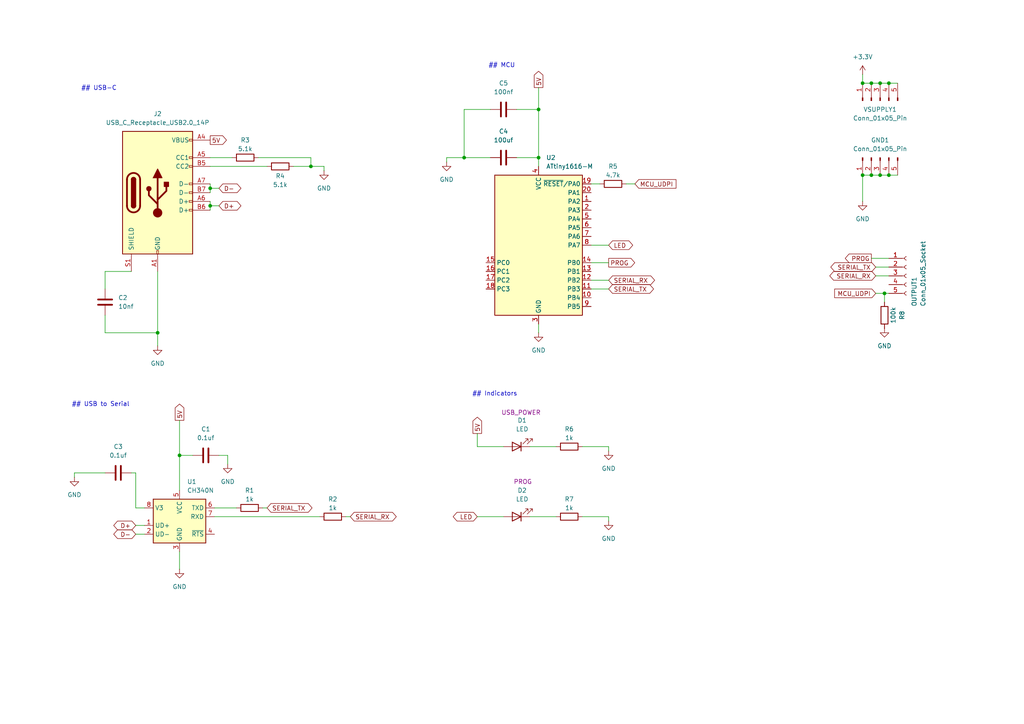
<source format=kicad_sch>
(kicad_sch (version 20231120) (generator "eeschema") (generator_version "8.0")
  (paper "A4")
  (lib_symbols
    (symbol "Connector:Conn_01x05_Pin" (pin_names (offset 1.016) hide)
      (property "Reference" "J" (at 0 7.62 0))
      (property "Value" "Conn_01x05_Pin" (at 0 -7.62 0))
      (symbol "Conn_01x05_Pin_1_1"
        (polyline (pts (xy 1.27 -5.08) (xy 0.8636 -5.08)) (stroke (width 0.1524)))
        (polyline (pts (xy 1.27 -2.54) (xy 0.8636 -2.54)) (stroke (width 0.1524)))
        (polyline (pts (xy 1.27 0) (xy 0.8636 0)) (stroke (width 0.1524)))
        (polyline (pts (xy 1.27 2.54) (xy 0.8636 2.54)) (stroke (width 0.1524)))
        (polyline (pts (xy 1.27 5.08) (xy 0.8636 5.08)) (stroke (width 0.1524)))
        (rectangle (start 0.8636 -4.953) (end 0 -5.207) (stroke (width 0.1524)) (fill (type outline)))
        (rectangle (start 0.8636 -2.413) (end 0 -2.667) (stroke (width 0.1524)) (fill (type outline)))
        (rectangle (start 0.8636 0.127) (end 0 -0.127) (stroke (width 0.1524)) (fill (type outline)))
        (rectangle (start 0.8636 2.667) (end 0 2.413) (stroke (width 0.1524)) (fill (type outline)))
        (rectangle (start 0.8636 5.207) (end 0 4.953) (stroke (width 0.1524)) (fill (type outline)))
        (pin passive line (at 5.08 5.08 180) (length 3.81) (name "Pin_1") (number "1"))
        (pin passive line (at 5.08 2.54 180) (length 3.81) (name "Pin_2") (number "2"))
        (pin passive line (at 5.08 0 180) (length 3.81) (name "Pin_3") (number "3"))
        (pin passive line (at 5.08 -2.54 180) (length 3.81) (name "Pin_4") (number "4"))
        (pin passive line (at 5.08 -5.08 180) (length 3.81) (name "Pin_5") (number "5"))
      )
    )
    (symbol "Connector:Conn_01x05_Socket" (pin_names (offset 1.016) hide)
      (property "Reference" "J" (at 0 7.62 0))
      (property "Value" "Conn_01x05_Socket" (at 0 -7.62 0))
      (symbol "Conn_01x05_Socket_1_1"
        (arc (start 0 -4.572) (mid -0.5058 -5.08) (end 0 -5.588) (stroke (width 0.1524)))
        (arc (start 0 -2.032) (mid -0.5058 -2.54) (end 0 -3.048) (stroke (width 0.1524)))
        (polyline (pts (xy -1.27 -5.08) (xy -0.508 -5.08)) (stroke (width 0.1524)))
        (polyline (pts (xy -1.27 -2.54) (xy -0.508 -2.54)) (stroke (width 0.1524)))
        (polyline (pts (xy -1.27 0) (xy -0.508 0)) (stroke (width 0.1524)))
        (polyline (pts (xy -1.27 2.54) (xy -0.508 2.54)) (stroke (width 0.1524)))
        (polyline (pts (xy -1.27 5.08) (xy -0.508 5.08)) (stroke (width 0.1524)))
        (arc (start 0 0.508) (mid -0.5058 0) (end 0 -0.508) (stroke (width 0.1524)))
        (arc (start 0 3.048) (mid -0.5058 2.54) (end 0 2.032) (stroke (width 0.1524)))
        (arc (start 0 5.588) (mid -0.5058 5.08) (end 0 4.572) (stroke (width 0.1524)))
        (pin passive line (at -5.08 5.08 0) (length 3.81) (name "Pin_1") (number "1"))
        (pin passive line (at -5.08 2.54 0) (length 3.81) (name "Pin_2") (number "2"))
        (pin passive line (at -5.08 0 0) (length 3.81) (name "Pin_3") (number "3"))
        (pin passive line (at -5.08 -2.54 0) (length 3.81) (name "Pin_4") (number "4"))
        (pin passive line (at -5.08 -5.08 0) (length 3.81) (name "Pin_5") (number "5"))
      )
    )
    (symbol "Connector:USB_C_Receptacle_USB2.0_14P" (pin_names (offset 1.016))
      (property "Reference" "J" (at 0 22.225 0))
      (property "Value" "USB_C_Receptacle_USB2.0_14P" (at 0 19.685 0))
      (symbol "USB_C_Receptacle_USB2.0_14P_0_0"
        (rectangle (start -0.254 -17.78) (end 0.254 -16.764))
        (rectangle (start 10.16 -4.826) (end 9.144 -5.334))
        (rectangle (start 10.16 -2.286) (end 9.144 -2.794))
        (rectangle (start 10.16 0.254) (end 9.144 -0.254))
        (rectangle (start 10.16 2.794) (end 9.144 2.286))
        (rectangle (start 10.16 7.874) (end 9.144 7.366))
        (rectangle (start 10.16 10.414) (end 9.144 9.906))
        (rectangle (start 10.16 15.494) (end 9.144 14.986))
      )
      (symbol "USB_C_Receptacle_USB2.0_14P_0_1"
        (rectangle (start -10.16 17.78) (end 10.16 -17.78) (stroke (width 0.254)) (fill (type background)))
        (arc (start -8.89 -3.81) (mid -6.985 -5.7067) (end -5.08 -3.81) (stroke (width 0.508)))
        (arc (start -7.62 -3.81) (mid -6.985 -4.4423) (end -6.35 -3.81) (stroke (width 0.254)))
        (arc (start -7.62 -3.81) (mid -6.985 -4.4423) (end -6.35 -3.81) (stroke (width 0.254)) (fill (type outline)))
        (rectangle (start -7.62 -3.81) (end -6.35 3.81) (stroke (width 0.254)) (fill (type outline)))
        (arc (start -6.35 3.81) (mid -6.985 4.4423) (end -7.62 3.81) (stroke (width 0.254)))
        (arc (start -6.35 3.81) (mid -6.985 4.4423) (end -7.62 3.81) (stroke (width 0.254)) (fill (type outline)))
        (arc (start -5.08 3.81) (mid -6.985 5.7067) (end -8.89 3.81) (stroke (width 0.508)))
        (circle (center -2.54 1.143) (radius 0.635) (stroke (width 0.254)) (fill (type outline)))
        (circle (center 0 -5.842) (radius 1.27) (fill (type outline)))
        (polyline (pts (xy -8.89 -3.81) (xy -8.89 3.81)) (stroke (width 0.508)))
        (polyline (pts (xy -5.08 3.81) (xy -5.08 -3.81)) (stroke (width 0.508)))
        (polyline (pts (xy 0 -5.842) (xy 0 4.318)) (stroke (width 0.508)))
        (polyline (pts (xy 0 -3.302) (xy -2.54 -0.762) (xy -2.54 0.508)) (stroke (width 0.508)))
        (polyline (pts (xy 0 -2.032) (xy 2.54 0.508) (xy 2.54 1.778)) (stroke (width 0.508)))
        (polyline (pts (xy -1.27 4.318) (xy 0 6.858) (xy 1.27 4.318) (xy -1.27 4.318)) (stroke (width 0.254)) (fill (type outline)))
        (rectangle (start 1.905 1.778) (end 3.175 3.048) (stroke (width 0.254)) (fill (type outline)))
      )
      (symbol "USB_C_Receptacle_USB2.0_14P_1_1"
        (pin passive line (at 0 -22.86 90) (length 5.08) (name "GND") (number "A1"))
        (pin passive line (at 0 -22.86 90) (length 5.08) hide (name "GND") (number "A12"))
        (pin passive line (at 15.24 15.24 180) (length 5.08) (name "VBUS") (number "A4"))
        (pin bidirectional line (at 15.24 10.16 180) (length 5.08) (name "CC1") (number "A5"))
        (pin bidirectional line (at 15.24 -2.54 180) (length 5.08) (name "D+") (number "A6"))
        (pin bidirectional line (at 15.24 2.54 180) (length 5.08) (name "D-") (number "A7"))
        (pin passive line (at 15.24 15.24 180) (length 5.08) hide (name "VBUS") (number "A9"))
        (pin passive line (at 0 -22.86 90) (length 5.08) hide (name "GND") (number "B1"))
        (pin passive line (at 0 -22.86 90) (length 5.08) hide (name "GND") (number "B12"))
        (pin passive line (at 15.24 15.24 180) (length 5.08) hide (name "VBUS") (number "B4"))
        (pin bidirectional line (at 15.24 7.62 180) (length 5.08) (name "CC2") (number "B5"))
        (pin bidirectional line (at 15.24 -5.08 180) (length 5.08) (name "D+") (number "B6"))
        (pin bidirectional line (at 15.24 0 180) (length 5.08) (name "D-") (number "B7"))
        (pin passive line (at 15.24 15.24 180) (length 5.08) hide (name "VBUS") (number "B9"))
        (pin passive line (at -7.62 -22.86 90) (length 5.08) (name "SHIELD") (number "S1"))
      )
    )
    (symbol "Device:C" (pin_numbers hide) (pin_names (offset 0.254))
      (property "Reference" "C" (at 0.635 2.54 0))
      (property "Value" "C" (at 0.635 -2.54 0))
      (symbol "C_0_1"
        (polyline (pts (xy -2.032 -0.762) (xy 2.032 -0.762)) (stroke (width 0.508)))
        (polyline (pts (xy -2.032 0.762) (xy 2.032 0.762)) (stroke (width 0.508)))
      )
      (symbol "C_1_1"
        (pin passive line (at 0 3.81 270) (length 2.794) (name "~") (number "1"))
        (pin passive line (at 0 -3.81 90) (length 2.794) (name "~") (number "2"))
      )
    )
    (symbol "Device:LED" (pin_numbers hide) (pin_names (offset 1.016) hide)
      (property "Reference" "D" (at 0 2.54 0))
      (property "Value" "LED" (at 0 -2.54 0))
      (symbol "LED_0_1"
        (polyline (pts (xy -1.27 -1.27) (xy -1.27 1.27)) (stroke (width 0.254)))
        (polyline (pts (xy -1.27 0) (xy 1.27 0)))
        (polyline (pts (xy 1.27 -1.27) (xy 1.27 1.27) (xy -1.27 0) (xy 1.27 -1.27)) (stroke (width 0.254)))
        (polyline (pts (xy -3.048 -0.762) (xy -4.572 -2.286) (xy -3.81 -2.286) (xy -4.572 -2.286) (xy -4.572 -1.524)))
        (polyline (pts (xy -1.778 -0.762) (xy -3.302 -2.286) (xy -2.54 -2.286) (xy -3.302 -2.286) (xy -3.302 -1.524)))
      )
      (symbol "LED_1_1"
        (pin passive line (at -3.81 0 0) (length 2.54) (name "K") (number "1"))
        (pin passive line (at 3.81 0 180) (length 2.54) (name "A") (number "2"))
      )
    )
    (symbol "Device:R" (pin_numbers hide) (pin_names (offset 0))
      (property "Reference" "R" (at 2.032 0 90))
      (property "Value" "R" (at 0 0 90))
      (symbol "R_0_1"
        (rectangle (start -1.016 -2.54) (end 1.016 2.54) (stroke (width 0.254)))
      )
      (symbol "R_1_1"
        (pin passive line (at 0 3.81 270) (length 1.27) (name "~") (number "1"))
        (pin passive line (at 0 -3.81 90) (length 1.27) (name "~") (number "2"))
      )
    )
    (symbol "Interface_USB:CH340N"
      (property "Reference" "U" (at -7.62 6.35 0))
      (property "Value" "CH340N" (at 7.62 6.35 0))
      (symbol "CH340N_0_1"
        (rectangle (start -7.62 5.08) (end 7.62 -7.62) (stroke (width 0.254)) (fill (type background)))
      )
      (symbol "CH340N_1_1"
        (pin bidirectional line (at -10.16 -2.54 0) (length 2.54) (name "UD+") (number "1"))
        (pin bidirectional line (at -10.16 -5.08 0) (length 2.54) (name "UD-") (number "2"))
        (pin power_in line (at 0 -10.16 90) (length 2.54) (name "GND") (number "3"))
        (pin output line (at 10.16 -5.08 180) (length 2.54) (name "~{RTS}") (number "4"))
        (pin power_in line (at 0 7.62 270) (length 2.54) (name "VCC") (number "5"))
        (pin output line (at 10.16 2.54 180) (length 2.54) (name "TXD") (number "6"))
        (pin input line (at 10.16 0 180) (length 2.54) (name "RXD") (number "7"))
        (pin passive line (at -10.16 2.54 0) (length 2.54) (name "V3") (number "8"))
      )
    )
    (symbol "MCU_Microchip_ATtiny:ATtiny1616-M"
      (property "Reference" "U" (at -12.7 21.59 0))
      (property "Value" "ATtiny1616-M" (at 2.54 -21.59 0))
      (symbol "ATtiny1616-M_0_1"
        (rectangle (start -12.7 -20.32) (end 12.7 20.32) (stroke (width 0.254)) (fill (type background)))
      )
      (symbol "ATtiny1616-M_1_1"
        (pin bidirectional line (at 15.24 12.7 180) (length 2.54) (name "PA2") (number "1"))
        (pin bidirectional line (at 15.24 -15.24 180) (length 2.54) (name "PB4") (number "10"))
        (pin bidirectional line (at 15.24 -12.7 180) (length 2.54) (name "PB3") (number "11"))
        (pin bidirectional line (at 15.24 -10.16 180) (length 2.54) (name "PB2") (number "12"))
        (pin bidirectional line (at 15.24 -7.62 180) (length 2.54) (name "PB1") (number "13"))
        (pin bidirectional line (at 15.24 -5.08 180) (length 2.54) (name "PB0") (number "14"))
        (pin bidirectional line (at -15.24 -5.08 0) (length 2.54) (name "PC0") (number "15"))
        (pin bidirectional line (at -15.24 -7.62 0) (length 2.54) (name "PC1") (number "16"))
        (pin bidirectional line (at -15.24 -10.16 0) (length 2.54) (name "PC2") (number "17"))
        (pin bidirectional line (at -15.24 -12.7 0) (length 2.54) (name "PC3") (number "18"))
        (pin bidirectional line (at 15.24 17.78 180) (length 2.54) (name "~{RESET}/PA0") (number "19"))
        (pin bidirectional line (at 15.24 10.16 180) (length 2.54) (name "PA3") (number "2"))
        (pin bidirectional line (at 15.24 15.24 180) (length 2.54) (name "PA1") (number "20"))
        (pin passive line (at 0 -22.86 90) (length 2.54) hide (name "GND") (number "21"))
        (pin power_in line (at 0 -22.86 90) (length 2.54) (name "GND") (number "3"))
        (pin power_in line (at 0 22.86 270) (length 2.54) (name "VCC") (number "4"))
        (pin bidirectional line (at 15.24 7.62 180) (length 2.54) (name "PA4") (number "5"))
        (pin bidirectional line (at 15.24 5.08 180) (length 2.54) (name "PA5") (number "6"))
        (pin bidirectional line (at 15.24 2.54 180) (length 2.54) (name "PA6") (number "7"))
        (pin bidirectional line (at 15.24 0 180) (length 2.54) (name "PA7") (number "8"))
        (pin bidirectional line (at 15.24 -17.78 180) (length 2.54) (name "PB5") (number "9"))
      )
    )
    (symbol "power:+5V" (power) (pin_numbers hide) (pin_names (offset 0) hide)
      (property "Value" "+5V" (at 0 3.556 0))
      (symbol "+5V_0_1"
        (polyline (pts (xy -0.762 1.27) (xy 0 2.54)))
        (polyline (pts (xy 0 0) (xy 0 2.54)))
        (polyline (pts (xy 0 2.54) (xy 0.762 1.27)))
      )
      (symbol "+5V_1_1"
        (pin power_in line (at 0 0 90) (length 0) (name "~") (number "1"))
      )
    )
    (symbol "power:GND" (power) (pin_numbers hide) (pin_names (offset 0) hide)
      (property "Value" "GND" (at 0 -3.81 0))
      (symbol "GND_0_1"
        (polyline (pts (xy 0 0) (xy 0 -1.27) (xy 1.27 -1.27) (xy 0 -2.54) (xy -1.27 -1.27) (xy 0 -1.27)))
      )
      (symbol "GND_1_1"
        (pin power_in line (at 0 0 270) (length 0) (name "~") (number "1"))
      )
    )
  )
  (junction (at 256.54 85.09))
  (junction (at 257.81 24.13))
  (junction (at 45.72 96.52))
  (junction (at 252.73 50.8))
  (junction (at 90.17 48.26))
  (junction (at 52.07 132.08))
  (junction (at 60.96 54.61))
  (junction (at 255.27 50.8))
  (junction (at 156.21 31.75))
  (junction (at 60.96 59.69))
  (junction (at 134.62 45.72))
  (junction (at 250.19 24.13))
  (junction (at 257.81 50.8))
  (junction (at 156.21 45.72))
  (junction (at 250.19 50.8))
  (junction (at 255.27 24.13))
  (junction (at 252.73 24.13))
  (wire (pts (xy 76.2 147.32) (xy 77.47 147.32)))
  (wire (pts (xy 30.48 91.44) (xy 30.48 96.52)))
  (wire (pts (xy 85.09 48.26) (xy 90.17 48.26)))
  (wire (pts (xy 62.23 149.86) (xy 92.71 149.86)))
  (wire (pts (xy 52.07 165.1) (xy 52.07 160.02)))
  (wire (pts (xy 156.21 45.72) (xy 156.21 48.26)))
  (wire (pts (xy 252.73 50.8) (xy 255.27 50.8)))
  (wire (pts (xy 254 77.47) (xy 257.81 77.47)))
  (wire (pts (xy 138.43 125.73) (xy 138.43 129.54)))
  (wire (pts (xy 129.54 45.72) (xy 129.54 46.99)))
  (wire (pts (xy 250.19 24.13) (xy 250.19 21.59)))
  (wire (pts (xy 52.07 121.92) (xy 52.07 132.08)))
  (wire (pts (xy 171.45 76.2) (xy 176.53 76.2)))
  (wire (pts (xy 45.72 96.52) (xy 45.72 78.74)))
  (wire (pts (xy 250.19 50.8) (xy 250.19 58.42)))
  (wire (pts (xy 176.53 151.13) (xy 176.53 149.86)))
  (wire (pts (xy 250.19 24.13) (xy 252.73 24.13)))
  (wire (pts (xy 93.98 49.53) (xy 93.98 48.26)))
  (wire (pts (xy 153.67 129.54) (xy 161.29 129.54)))
  (wire (pts (xy 156.21 25.4) (xy 156.21 31.75)))
  (wire (pts (xy 252.73 24.13) (xy 255.27 24.13)))
  (wire (pts (xy 250.19 50.8) (xy 252.73 50.8)))
  (wire (pts (xy 142.24 45.72) (xy 134.62 45.72)))
  (wire (pts (xy 63.5 59.69) (xy 60.96 59.69)))
  (wire (pts (xy 66.04 132.08) (xy 66.04 134.62)))
  (wire (pts (xy 257.81 50.8) (xy 260.35 50.8)))
  (wire (pts (xy 149.86 31.75) (xy 156.21 31.75)))
  (wire (pts (xy 156.21 96.52) (xy 156.21 93.98)))
  (wire (pts (xy 134.62 31.75) (xy 134.62 45.72)))
  (wire (pts (xy 52.07 132.08) (xy 55.88 132.08)))
  (wire (pts (xy 149.86 45.72) (xy 156.21 45.72)))
  (wire (pts (xy 60.96 54.61) (xy 63.5 54.61)))
  (wire (pts (xy 171.45 81.28) (xy 176.53 81.28)))
  (wire (pts (xy 176.53 130.81) (xy 176.53 129.54)))
  (wire (pts (xy 255.27 50.8) (xy 257.81 50.8)))
  (wire (pts (xy 252.73 74.93) (xy 257.81 74.93)))
  (wire (pts (xy 254 80.01) (xy 257.81 80.01)))
  (wire (pts (xy 30.48 78.74) (xy 30.48 83.82)))
  (wire (pts (xy 90.17 45.72) (xy 90.17 48.26)))
  (wire (pts (xy 171.45 53.34) (xy 173.99 53.34)))
  (wire (pts (xy 39.37 137.16) (xy 39.37 147.32)))
  (wire (pts (xy 39.37 152.4) (xy 41.91 152.4)))
  (wire (pts (xy 156.21 31.75) (xy 156.21 45.72)))
  (wire (pts (xy 171.45 83.82) (xy 176.53 83.82)))
  (wire (pts (xy 45.72 100.33) (xy 45.72 96.52)))
  (wire (pts (xy 39.37 147.32) (xy 41.91 147.32)))
  (wire (pts (xy 39.37 154.94) (xy 41.91 154.94)))
  (wire (pts (xy 181.61 53.34) (xy 184.15 53.34)))
  (wire (pts (xy 134.62 45.72) (xy 129.54 45.72)))
  (wire (pts (xy 63.5 132.08) (xy 66.04 132.08)))
  (wire (pts (xy 60.96 54.61) (xy 60.96 55.88)))
  (wire (pts (xy 52.07 132.08) (xy 52.07 142.24)))
  (wire (pts (xy 142.24 31.75) (xy 134.62 31.75)))
  (wire (pts (xy 21.59 137.16) (xy 30.48 137.16)))
  (wire (pts (xy 60.96 48.26) (xy 77.47 48.26)))
  (wire (pts (xy 257.81 24.13) (xy 260.35 24.13)))
  (wire (pts (xy 153.67 149.86) (xy 161.29 149.86)))
  (wire (pts (xy 30.48 96.52) (xy 45.72 96.52)))
  (wire (pts (xy 138.43 149.86) (xy 146.05 149.86)))
  (wire (pts (xy 171.45 71.12) (xy 176.53 71.12)))
  (wire (pts (xy 256.54 85.09) (xy 257.81 85.09)))
  (wire (pts (xy 60.96 45.72) (xy 67.31 45.72)))
  (wire (pts (xy 38.1 137.16) (xy 39.37 137.16)))
  (wire (pts (xy 60.96 58.42) (xy 60.96 59.69)))
  (wire (pts (xy 168.91 149.86) (xy 176.53 149.86)))
  (wire (pts (xy 90.17 48.26) (xy 93.98 48.26)))
  (wire (pts (xy 74.93 45.72) (xy 90.17 45.72)))
  (wire (pts (xy 256.54 85.09) (xy 256.54 87.63)))
  (wire (pts (xy 101.6 149.86) (xy 100.33 149.86)))
  (wire (pts (xy 62.23 147.32) (xy 68.58 147.32)))
  (wire (pts (xy 60.96 53.34) (xy 60.96 54.61)))
  (wire (pts (xy 38.1 78.74) (xy 30.48 78.74)))
  (wire (pts (xy 254 85.09) (xy 256.54 85.09)))
  (wire (pts (xy 255.27 24.13) (xy 257.81 24.13)))
  (wire (pts (xy 138.43 129.54) (xy 146.05 129.54)))
  (wire (pts (xy 21.59 138.43) (xy 21.59 137.16)))
  (wire (pts (xy 168.91 129.54) (xy 176.53 129.54)))
  (wire (pts (xy 60.96 59.69) (xy 60.96 60.96)))
  (text "## USB-C" (at 28.702 25.654 0) (effects (font (size 1.27 1.27))))
  (text "## USB to Serial" (at 29.21 117.348 0) (effects (font (size 1.27 1.27))))
  (text "## Indicators" (at 143.51 114.3 0) (effects (font (size 1.27 1.27))))
  (text "## MCU" (at 145.542 19.05 0) (effects (font (size 1.27 1.27))))
  (global_label "LED" (shape bidirectional) (at 176.53 71.12 0) (property "Intersheetrefs" "${INTERSHEET_REFS}" (effects (hide yes))))
  (global_label "5V" (shape output) (at 156.21 25.4 90) (property "Intersheetrefs" "${INTERSHEET_REFS}" (effects (hide yes))))
  (global_label "5V" (shape output) (at 52.07 121.92 90) (property "Intersheetrefs" "${INTERSHEET_REFS}" (effects (hide yes))))
  (global_label "5V" (shape output) (at 60.96 40.64 0) (property "Intersheetrefs" "${INTERSHEET_REFS}" (effects (hide yes))))
  (global_label "SERIAL_TX" (shape bidirectional) (at 77.47 147.32 0) (property "Intersheetrefs" "${INTERSHEET_REFS}" (effects (hide yes))))
  (global_label "MCU_UDPI" (shape input) (at 184.15 53.34 0) (property "Intersheetrefs" "${INTERSHEET_REFS}" (effects (hide yes))))
  (global_label "SERIAL_TX" (shape bidirectional) (at 254 77.47 180) (property "Intersheetrefs" "${INTERSHEET_REFS}" (effects (hide yes))))
  (global_label "LED" (shape bidirectional) (at 138.43 149.86 180) (property "Intersheetrefs" "${INTERSHEET_REFS}" (effects (hide yes))))
  (global_label "SERIAL_RX" (shape bidirectional) (at 101.6 149.86 0) (property "Intersheetrefs" "${INTERSHEET_REFS}" (effects (hide yes))))
  (global_label "SERIAL_RX" (shape bidirectional) (at 176.53 81.28 0) (property "Intersheetrefs" "${INTERSHEET_REFS}" (effects (hide yes))))
  (global_label "5V" (shape output) (at 138.43 125.73 90) (property "Intersheetrefs" "${INTERSHEET_REFS}" (effects (hide yes))))
  (global_label "D+" (shape bidirectional) (at 39.37 152.4 180) (property "Intersheetrefs" "${INTERSHEET_REFS}" (effects (hide yes))))
  (global_label "D-" (shape bidirectional) (at 39.37 154.94 180) (property "Intersheetrefs" "${INTERSHEET_REFS}" (effects (hide yes))))
  (global_label "MCU_UDPI" (shape input) (at 254 85.09 180) (property "Intersheetrefs" "${INTERSHEET_REFS}" (effects (hide yes))))
  (global_label "PROG" (shape output) (at 252.73 74.93 180) (property "Intersheetrefs" "${INTERSHEET_REFS}" (effects (hide yes))))
  (global_label "SERIAL_TX" (shape bidirectional) (at 176.53 83.82 0) (property "Intersheetrefs" "${INTERSHEET_REFS}" (effects (hide yes))))
  (global_label "SERIAL_RX" (shape bidirectional) (at 254 80.01 180) (property "Intersheetrefs" "${INTERSHEET_REFS}" (effects (hide yes))))
  (global_label "PROG" (shape output) (at 176.53 76.2 0) (property "Intersheetrefs" "${INTERSHEET_REFS}" (effects (hide yes))))
  (global_label "D-" (shape bidirectional) (at 63.5 54.61 0) (property "Intersheetrefs" "${INTERSHEET_REFS}" (effects (hide yes))))
  (global_label "D+" (shape bidirectional) (at 63.5 59.69 0) (property "Intersheetrefs" "${INTERSHEET_REFS}" (effects (hide yes))))
  (symbol (lib_id "Device:R") (at 165.1 149.86 90) (unit 1)
    (property "Reference" "R7" (at 165.1 144.78 90))
    (property "Value" "1k" (at 165.1 147.32 90))
    (property "Footprint" "Resistor_SMD:R_0603_1608Metric" (effects (hide yes)))
    (property "Description" "Resistor" (effects (hide yes)))
  )
  (symbol (lib_id "power:GND") (at 93.98 49.53 0) (unit 1)
    (property "Reference" "#PWR02" (effects (hide yes)))
    (property "Value" "GND" (at 93.98 54.61 0))
    (property "Description" "Power symbol creates a global label with name \"GND\" , ground" (effects (hide yes)))
  )
  (symbol (lib_id "Device:C") (at 30.48 87.63 0) (unit 1)
    (property "Reference" "C2" (at 34.29 86.3599 0) (effects (justify left)))
    (property "Value" "10nf" (at 34.29 88.8999 0) (effects (justify left)))
    (property "Footprint" "Capacitor_SMD:C_0805_2012Metric" (effects (hide yes)))
    (property "Description" "Unpolarized capacitor" (effects (hide yes)))
  )
  (symbol (lib_id "Connector:Conn_01x05_Socket") (at 262.89 80.01 0) (unit 1) (exclude_from_sim yes)
    (property "Reference" "OUTPUT1" (at 265.176 88.9 90) (effects (justify left)))
    (property "Value" "Conn_01x05_Socket" (at 267.716 88.9 90) (effects (justify left)))
    (property "Footprint" "Connector_PinSocket_2.54mm:PinSocket_1x05_P2.54mm_Vertical" (effects (hide yes)))
    (property "Description" "Generic connector, single row, 01x05, script generated" (effects (hide yes)))
  )
  (symbol (lib_id "Connector:Conn_01x05_Pin") (at 255.27 45.72 90) (mirror x) (unit 1) (exclude_from_sim yes)
    (property "Reference" "GND1" (at 255.27 40.64 90))
    (property "Value" "Conn_01x05_Pin" (at 255.27 43.18 90))
    (property "Footprint" "Connector_PinHeader_2.54mm:PinHeader_1x05_P2.54mm_Vertical" (effects (hide yes)))
    (property "Description" "Generic connector, single row, 01x05, script generated" (effects (hide yes)))
  )
  (symbol (lib_id "power:GND") (at 21.59 138.43 0) (unit 1)
    (property "Reference" "#PWR06" (effects (hide yes)))
    (property "Value" "GND" (at 21.59 143.51 0))
    (property "Description" "Power symbol creates a global label with name \"GND\" , ground" (effects (hide yes)))
  )
  (symbol (lib_id "MCU_Microchip_ATtiny:ATtiny1616-M") (at 156.21 71.12 0) (unit 1)
    (property "Reference" "U2" (at 158.4041 45.72 0) (effects (justify left)))
    (property "Value" "ATtiny1616-M" (at 158.4041 48.26 0) (effects (justify left)))
    (property "Footprint" "Package_DFN_QFN:VQFN-20-1EP_3x3mm_P0.4mm_EP1.7x1.7mm" (effects (hide yes)))
    (property "Datasheet" "http://ww1.microchip.com/downloads/en/DeviceDoc/ATtiny3216_ATtiny1616-data-sheet-40001997B.pdf" (effects (hide yes)))
    (property "Description" "20MHz, 16kB Flash, 2kB SRAM, 256B EEPROM, VQFN-20" (effects (hide yes)))
  )
  (symbol (lib_id "Device:R") (at 165.1 129.54 90) (unit 1)
    (property "Reference" "R6" (at 165.1 124.46 90))
    (property "Value" "1k" (at 165.1 127 90))
    (property "Footprint" "Resistor_SMD:R_0603_1608Metric" (effects (hide yes)))
    (property "Description" "Resistor" (effects (hide yes)))
  )
  (symbol (lib_id "Device:LED") (at 149.86 129.54 180) (unit 1)
    (property "Reference" "D1" (at 151.4475 121.92 0))
    (property "Value" "LED" (at 151.4475 124.46 0))
    (property "Footprint" "LED_SMD:LED_0603_1608Metric" (effects (hide yes)))
    (property "Description" "Light emitting diode" (effects (hide yes)))
    (property "Comment" "USB_POWER" (at 151.13 119.634 0))
  )
  (symbol (lib_id "power:GND") (at 156.21 96.52 0) (unit 1)
    (property "Reference" "#PWR010" (effects (hide yes)))
    (property "Value" "GND" (at 156.21 101.6 0))
    (property "Description" "Power symbol creates a global label with name \"GND\" , ground" (effects (hide yes)))
  )
  (symbol (lib_id "Device:R") (at 96.52 149.86 90) (unit 1)
    (property "Reference" "R2" (at 96.52 144.78 90))
    (property "Value" "1k" (at 96.52 147.32 90))
    (property "Footprint" "Resistor_SMD:R_0603_1608Metric" (effects (hide yes)))
    (property "Description" "Resistor" (effects (hide yes)))
  )
  (symbol (lib_id "power:GND") (at 66.04 134.62 0) (unit 1)
    (property "Reference" "#PWR05" (effects (hide yes)))
    (property "Value" "GND" (at 66.04 139.7 0))
    (property "Description" "Power symbol creates a global label with name \"GND\" , ground" (effects (hide yes)))
  )
  (symbol (lib_id "Device:LED") (at 149.86 149.86 180) (unit 1)
    (property "Reference" "D2" (at 151.4475 142.24 0))
    (property "Value" "LED" (at 151.4475 144.78 0))
    (property "Footprint" "LED_SMD:LED_0603_1608Metric" (effects (hide yes)))
    (property "Description" "Light emitting diode" (effects (hide yes)))
    (property "Comment" "PROG" (at 151.638 139.7 0))
  )
  (symbol (lib_id "Device:C") (at 146.05 45.72 90) (unit 1)
    (property "Reference" "C4" (at 146.05 38.1 90))
    (property "Value" "100uf" (at 146.05 40.64 90))
    (property "Footprint" "Capacitor_SMD:C_1206_3216Metric" (effects (hide yes)))
    (property "Description" "Unpolarized capacitor" (effects (hide yes)))
  )
  (symbol (lib_id "power:GND") (at 52.07 165.1 0) (unit 1)
    (property "Reference" "#PWR07" (effects (hide yes)))
    (property "Value" "GND" (at 52.07 170.18 0))
    (property "Description" "Power symbol creates a global label with name \"GND\" , ground" (effects (hide yes)))
  )
  (symbol (lib_id "Device:R") (at 72.39 147.32 90) (unit 1)
    (property "Reference" "R1" (at 72.39 142.24 90))
    (property "Value" "1k" (at 72.39 144.78 90))
    (property "Footprint" "Resistor_SMD:R_0603_1608Metric" (effects (hide yes)))
    (property "Description" "Resistor" (effects (hide yes)))
  )
  (symbol (lib_id "Connector:USB_C_Receptacle_USB2.0_14P") (at 45.72 55.88 0) (unit 1)
    (property "Reference" "J2" (at 45.72 33.02 0))
    (property "Value" "USB_C_Receptacle_USB2.0_14P" (at 45.72 35.56 0))
    (property "Footprint" "BreadModular_TypeC:HRO-TYPE-C-31-M-12" (effects (hide yes)))
    (property "Datasheet" "https://www.usb.org/sites/default/files/documents/usb_type-c.zip" (effects (hide yes)))
    (property "Description" "USB 2.0-only 14P Type-C Receptacle connector" (effects (hide yes)))
  )
  (symbol (lib_id "Device:R") (at 71.12 45.72 90) (unit 1)
    (property "Reference" "R3" (at 71.12 40.64 90))
    (property "Value" "5.1k" (at 71.12 43.18 90))
    (property "Footprint" "Resistor_SMD:R_0603_1608Metric" (effects (hide yes)))
    (property "Description" "Resistor" (effects (hide yes)))
  )
  (symbol (lib_id "Device:C") (at 34.29 137.16 90) (unit 1)
    (property "Reference" "C3" (at 34.29 129.54 90))
    (property "Value" "0.1uf" (at 34.29 132.08 90))
    (property "Footprint" "Capacitor_SMD:C_0402_1005Metric" (effects (hide yes)))
    (property "Description" "Unpolarized capacitor" (effects (hide yes)))
  )
  (symbol (lib_id "Device:C") (at 59.69 132.08 90) (unit 1)
    (property "Reference" "C1" (at 59.69 124.46 90))
    (property "Value" "0.1uf" (at 59.69 127 90))
    (property "Footprint" "Capacitor_SMD:C_0402_1005Metric" (effects (hide yes)))
    (property "Description" "Unpolarized capacitor" (effects (hide yes)))
  )
  (symbol (lib_id "Interface_USB:CH340N") (at 52.07 149.86 0) (unit 1)
    (property "Reference" "U1" (at 54.2641 139.7 0) (effects (justify left)))
    (property "Value" "CH340N" (at 54.2641 142.24 0) (effects (justify left)))
    (property "Footprint" "Package_SO:SOP-8_3.9x4.9mm_P1.27mm" (effects (hide yes)))
    (property "Datasheet" "https://aitendo3.sakura.ne.jp/aitendo_data/product_img/ic/inteface/CH340N/ch340n.pdf" (effects (hide yes)))
    (property "Description" "USB serial converter, 2Mbps, UART, SOP-8" (effects (hide yes)))
  )
  (symbol (lib_id "power:GND") (at 250.19 58.42 0) (unit 1)
    (property "Reference" "#PWR03" (effects (hide yes)))
    (property "Value" "GND" (at 250.19 63.5 0))
    (property "Description" "Power symbol creates a global label with name \"GND\" , ground" (effects (hide yes)))
  )
  (symbol (lib_id "power:+5V") (at 250.19 21.59 0) (unit 1)
    (property "Reference" "#PWR04" (effects (hide yes)))
    (property "Value" "+3.3V" (at 250.19 16.51 0))
    (property "Description" "Power symbol creates a global label with name \"+5V\"" (effects (hide yes)))
  )
  (symbol (lib_id "power:GND") (at 256.54 95.25 0) (unit 1)
    (property "Reference" "#PWR08" (effects (hide yes)))
    (property "Value" "GND" (at 256.54 100.33 0))
    (property "Description" "Power symbol creates a global label with name \"GND\" , ground" (effects (hide yes)))
  )
  (symbol (lib_id "power:GND") (at 176.53 151.13 0) (unit 1)
    (property "Reference" "#PWR012" (effects (hide yes)))
    (property "Value" "GND" (at 176.53 156.21 0))
    (property "Description" "Power symbol creates a global label with name \"GND\" , ground" (effects (hide yes)))
  )
  (symbol (lib_id "Connector:Conn_01x05_Pin") (at 255.27 29.21 90) (unit 1) (exclude_from_sim yes)
    (property "Reference" "VSUPPLY1" (at 255.27 31.75 90))
    (property "Value" "Conn_01x05_Pin" (at 255.27 34.29 90))
    (property "Footprint" "Connector_PinHeader_2.54mm:PinHeader_1x05_P2.54mm_Vertical" (effects (hide yes)))
    (property "Description" "Generic connector, single row, 01x05, script generated" (effects (hide yes)))
  )
  (symbol (lib_id "Device:C") (at 146.05 31.75 90) (unit 1)
    (property "Reference" "C5" (at 146.05 24.13 90))
    (property "Value" "100nf" (at 146.05 26.67 90))
    (property "Footprint" "Capacitor_SMD:C_0402_1005Metric" (effects (hide yes)))
    (property "Description" "Unpolarized capacitor" (effects (hide yes)))
  )
  (symbol (lib_id "power:GND") (at 176.53 130.81 0) (unit 1)
    (property "Reference" "#PWR011" (effects (hide yes)))
    (property "Value" "GND" (at 176.53 135.89 0))
    (property "Description" "Power symbol creates a global label with name \"GND\" , ground" (effects (hide yes)))
  )
  (symbol (lib_id "power:GND") (at 129.54 46.99 0) (unit 1)
    (property "Reference" "#PWR09" (effects (hide yes)))
    (property "Value" "GND" (at 129.54 52.07 0))
    (property "Description" "Power symbol creates a global label with name \"GND\" , ground" (effects (hide yes)))
  )
  (symbol (lib_id "Device:R") (at 81.28 48.26 90) (unit 1)
    (property "Reference" "R4" (at 81.28 51.054 90))
    (property "Value" "5.1k" (at 81.28 53.594 90))
    (property "Footprint" "Resistor_SMD:R_0603_1608Metric" (effects (hide yes)))
    (property "Description" "Resistor" (effects (hide yes)))
  )
  (symbol (lib_id "power:GND") (at 45.72 100.33 0) (unit 1)
    (property "Reference" "#PWR01" (effects (hide yes)))
    (property "Value" "GND" (at 45.72 105.41 0))
    (property "Description" "Power symbol creates a global label with name \"GND\" , ground" (effects (hide yes)))
  )
  (symbol (lib_id "Device:R") (at 256.54 91.44 0) (unit 1)
    (property "Reference" "R8" (at 261.62 91.44 90))
    (property "Value" "100k" (at 259.08 91.44 90))
    (property "Footprint" "Resistor_SMD:R_0402_1005Metric" (effects (hide yes)))
    (property "Description" "Resistor" (effects (hide yes)))
  )
  (symbol (lib_id "Device:R") (at 177.8 53.34 90) (unit 1)
    (property "Reference" "R5" (at 177.8 48.26 90))
    (property "Value" "4.7k" (at 177.8 50.8 90))
    (property "Footprint" "Resistor_SMD:R_0603_1608Metric" (effects (hide yes)))
    (property "Description" "Resistor" (effects (hide yes)))
  )
)
</source>
